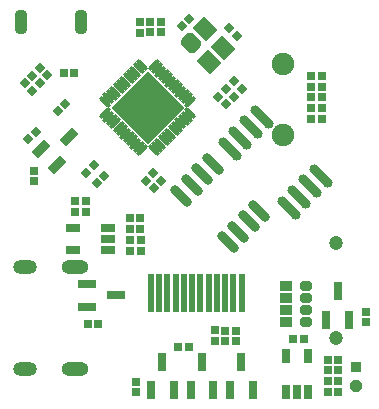
<source format=gts>
G04*
G04 #@! TF.GenerationSoftware,Altium Limited,Altium Designer,20.1.10 (176)*
G04*
G04 Layer_Color=8388736*
%FSLAX25Y25*%
%MOIN*%
G70*
G04*
G04 #@! TF.SameCoordinates,F252A181-4E7B-4898-9581-9C64CF10C23C*
G04*
G04*
G04 #@! TF.FilePolarity,Negative*
G04*
G01*
G75*
%ADD39R,0.02800X0.02800*%
%ADD40R,0.02800X0.02800*%
%ADD41R,0.03162X0.05918*%
%ADD42R,0.03950X0.03556*%
G04:AMPARAMS|DCode=43|XSize=39.5mil|YSize=35.56mil|CornerRadius=0mil|HoleSize=0mil|Usage=FLASHONLY|Rotation=0.000|XOffset=0mil|YOffset=0mil|HoleType=Round|Shape=Octagon|*
%AMOCTAGOND43*
4,1,8,0.01975,-0.00889,0.01975,0.00889,0.01086,0.01778,-0.01086,0.01778,-0.01975,0.00889,-0.01975,-0.00889,-0.01086,-0.01778,0.01086,-0.01778,0.01975,-0.00889,0.0*
%
%ADD43OCTAGOND43*%

%ADD44P,0.03960X4X180.0*%
%ADD45P,0.03960X4X270.0*%
G04:AMPARAMS|DCode=46|XSize=32.8mil|YSize=96.58mil|CornerRadius=0mil|HoleSize=0mil|Usage=FLASHONLY|Rotation=45.000|XOffset=0mil|YOffset=0mil|HoleType=Round|Shape=Round|*
%AMOVALD46*
21,1,0.06378,0.03280,0.00000,0.00000,135.0*
1,1,0.03280,0.02255,-0.02255*
1,1,0.03280,-0.02255,0.02255*
%
%ADD46OVALD46*%

G04:AMPARAMS|DCode=47|XSize=88mil|YSize=32mil|CornerRadius=0mil|HoleSize=0mil|Usage=FLASHONLY|Rotation=135.000|XOffset=0mil|YOffset=0mil|HoleType=Round|Shape=Round|*
%AMOVALD47*
21,1,0.05600,0.03200,0.00000,0.00000,135.0*
1,1,0.03200,0.01980,-0.01980*
1,1,0.03200,-0.01980,0.01980*
%
%ADD47OVALD47*%

%ADD48R,0.05918X0.03162*%
%ADD49R,0.03800X0.03800*%
%ADD50P,0.04113X8X292.5*%
%ADD51P,0.24516X4X360.0*%
G04:AMPARAMS|DCode=52|XSize=16.66mil|YSize=47.37mil|CornerRadius=0mil|HoleSize=0mil|Usage=FLASHONLY|Rotation=315.000|XOffset=0mil|YOffset=0mil|HoleType=Round|Shape=Round|*
%AMOVALD52*
21,1,0.03071,0.01666,0.00000,0.00000,45.0*
1,1,0.01666,-0.01086,-0.01086*
1,1,0.01666,0.01086,0.01086*
%
%ADD52OVALD52*%

G04:AMPARAMS|DCode=53|XSize=16.66mil|YSize=47.37mil|CornerRadius=0mil|HoleSize=0mil|Usage=FLASHONLY|Rotation=45.000|XOffset=0mil|YOffset=0mil|HoleType=Round|Shape=Round|*
%AMOVALD53*
21,1,0.03071,0.01666,0.00000,0.00000,135.0*
1,1,0.01666,0.01086,-0.01086*
1,1,0.01666,-0.01086,0.01086*
%
%ADD53OVALD53*%

G04:AMPARAMS|DCode=54|XSize=39.5mil|YSize=78.87mil|CornerRadius=11.87mil|HoleSize=0mil|Usage=FLASHONLY|Rotation=180.000|XOffset=0mil|YOffset=0mil|HoleType=Round|Shape=RoundedRectangle|*
%AMROUNDEDRECTD54*
21,1,0.03950,0.05512,0,0,180.0*
21,1,0.01575,0.07887,0,0,180.0*
1,1,0.02375,-0.00787,0.02756*
1,1,0.02375,0.00787,0.02756*
1,1,0.02375,0.00787,-0.02756*
1,1,0.02375,-0.00787,-0.02756*
%
%ADD54ROUNDEDRECTD54*%
G04:AMPARAMS|DCode=55|XSize=63.12mil|YSize=55.24mil|CornerRadius=15.81mil|HoleSize=0mil|Usage=FLASHONLY|Rotation=315.000|XOffset=0mil|YOffset=0mil|HoleType=Round|Shape=RoundedRectangle|*
%AMROUNDEDRECTD55*
21,1,0.06312,0.02362,0,0,315.0*
21,1,0.03150,0.05524,0,0,315.0*
1,1,0.03162,0.00278,-0.01949*
1,1,0.03162,-0.01949,0.00278*
1,1,0.03162,-0.00278,0.01949*
1,1,0.03162,0.01949,-0.00278*
%
%ADD55ROUNDEDRECTD55*%
G04:AMPARAMS|DCode=56|XSize=63.12mil|YSize=55.24mil|CornerRadius=0mil|HoleSize=0mil|Usage=FLASHONLY|Rotation=315.000|XOffset=0mil|YOffset=0mil|HoleType=Round|Shape=Rectangle|*
%AMROTATEDRECTD56*
4,1,4,-0.04185,0.00278,-0.00278,0.04185,0.04185,-0.00278,0.00278,-0.04185,-0.04185,0.00278,0.0*
%
%ADD56ROTATEDRECTD56*%

G04:AMPARAMS|DCode=57|XSize=59.18mil|YSize=31.62mil|CornerRadius=0mil|HoleSize=0mil|Usage=FLASHONLY|Rotation=45.000|XOffset=0mil|YOffset=0mil|HoleType=Round|Shape=Rectangle|*
%AMROTATEDRECTD57*
4,1,4,-0.00974,-0.03210,-0.03210,-0.00974,0.00974,0.03210,0.03210,0.00974,-0.00974,-0.03210,0.0*
%
%ADD57ROTATEDRECTD57*%

%ADD58R,0.02965X0.04737*%
%ADD59R,0.02965X0.04737*%
%ADD60R,0.04737X0.02965*%
%ADD61R,0.04737X0.02965*%
%ADD62R,0.02178X0.12611*%
%ADD63O,0.07887X0.04737*%
%ADD64O,0.09068X0.04737*%
%ADD65C,0.04737*%
%ADD66C,0.07493*%
D39*
X68800Y27357D02*
D03*
X68800Y30900D02*
D03*
X65200Y27400D02*
D03*
X65200Y30943D02*
D03*
X61600Y27500D02*
D03*
X61600Y31043D02*
D03*
X35400Y10400D02*
D03*
X35400Y13943D02*
D03*
X112200Y33757D02*
D03*
X112200Y37300D02*
D03*
X40200Y133900D02*
D03*
X40200Y130357D02*
D03*
X1300Y80757D02*
D03*
X1300Y84300D02*
D03*
X43800Y133900D02*
D03*
X43800Y130357D02*
D03*
X36600Y133800D02*
D03*
X36600Y130257D02*
D03*
D40*
X49500Y25500D02*
D03*
X53043Y25500D02*
D03*
X93800Y112300D02*
D03*
X97343Y112300D02*
D03*
X93800Y105100D02*
D03*
X97343Y105100D02*
D03*
X93800Y108700D02*
D03*
X97343Y108700D02*
D03*
X33357Y68400D02*
D03*
X36900Y68400D02*
D03*
X19357Y33200D02*
D03*
X22900Y33200D02*
D03*
X102900Y17700D02*
D03*
X99357Y17700D02*
D03*
X33357Y64800D02*
D03*
X36900Y64800D02*
D03*
X99357Y21300D02*
D03*
X102900Y21300D02*
D03*
X11300Y116800D02*
D03*
X14843Y116800D02*
D03*
X97343Y115900D02*
D03*
X93800Y115900D02*
D03*
X97343Y101500D02*
D03*
X93800Y101500D02*
D03*
X33400Y57600D02*
D03*
X36943Y57600D02*
D03*
X33400Y61200D02*
D03*
X36943Y61200D02*
D03*
X18600Y74100D02*
D03*
X15057Y74100D02*
D03*
X18616Y70441D02*
D03*
X15073Y70442D02*
D03*
X99357Y14100D02*
D03*
X102900Y14100D02*
D03*
X99357Y10500D02*
D03*
X102900Y10500D02*
D03*
X91443Y28200D02*
D03*
X87900Y28200D02*
D03*
D41*
X53660Y11051D02*
D03*
X57400Y20500D02*
D03*
X61140Y11051D02*
D03*
X47940Y11051D02*
D03*
X44200Y20500D02*
D03*
X40460Y11051D02*
D03*
X66760Y11151D02*
D03*
X70500Y20600D02*
D03*
X74240Y11151D02*
D03*
X106340Y34651D02*
D03*
X102600Y44100D02*
D03*
X98860Y34651D02*
D03*
D42*
X85354Y33800D02*
D03*
Y37800D02*
D03*
Y45800D02*
D03*
Y41800D02*
D03*
D43*
X92047Y33800D02*
D03*
Y37800D02*
D03*
Y45800D02*
D03*
Y41800D02*
D03*
D44*
X69000Y129200D02*
D03*
X66495Y131705D02*
D03*
X3321Y118579D02*
D03*
X5826Y116074D02*
D03*
X68100Y114100D02*
D03*
X70605Y111594D02*
D03*
X65500Y111500D02*
D03*
X68005Y108994D02*
D03*
X62900Y108900D02*
D03*
X65405Y106395D02*
D03*
X3351Y113457D02*
D03*
X846Y115963D02*
D03*
X806Y110912D02*
D03*
X-1699Y113417D02*
D03*
D45*
X53105Y134905D02*
D03*
X50600Y132400D02*
D03*
X41295Y78445D02*
D03*
X43800Y80950D02*
D03*
X41200Y83450D02*
D03*
X38695Y80945D02*
D03*
X24863Y82662D02*
D03*
X22357Y80157D02*
D03*
X2005Y97305D02*
D03*
X-500Y94800D02*
D03*
X11769Y106601D02*
D03*
X9264Y104096D02*
D03*
X21363Y86162D02*
D03*
X18857Y83657D02*
D03*
D46*
X86338Y71966D02*
D03*
X89873Y75502D02*
D03*
X93409Y79037D02*
D03*
X96944Y82573D02*
D03*
X66683Y91620D02*
D03*
X70219Y95156D02*
D03*
X73754Y98691D02*
D03*
X77290Y102227D02*
D03*
D47*
X65956Y60387D02*
D03*
X61006Y86550D02*
D03*
X57470Y83014D02*
D03*
X73027Y67458D02*
D03*
X53935Y79479D02*
D03*
X50399Y75943D02*
D03*
X76562Y70993D02*
D03*
X69491Y63922D02*
D03*
D48*
X19151Y46440D02*
D03*
X28600Y42700D02*
D03*
X19151Y38960D02*
D03*
D49*
X108700Y18718D02*
D03*
D50*
Y12600D02*
D03*
D51*
X39316Y105301D02*
D03*
D52*
X25118Y103352D02*
D03*
X26232Y102239D02*
D03*
X27345Y101125D02*
D03*
X28459Y100012D02*
D03*
X29573Y98898D02*
D03*
X30686Y97785D02*
D03*
X31800Y96671D02*
D03*
X32913Y95558D02*
D03*
X34027Y94444D02*
D03*
X35140Y93331D02*
D03*
X36254Y92217D02*
D03*
X37367Y91103D02*
D03*
X53514Y107250D02*
D03*
X52400Y108363D02*
D03*
X51287Y109477D02*
D03*
X50173Y110591D02*
D03*
X49060Y111704D02*
D03*
X47946Y112818D02*
D03*
X46833Y113931D02*
D03*
X45719Y115045D02*
D03*
X44606Y116158D02*
D03*
X43492Y117272D02*
D03*
X42379Y118386D02*
D03*
X41265Y119499D02*
D03*
D53*
X53514Y103352D02*
D03*
X52400Y102239D02*
D03*
X51287Y101125D02*
D03*
X50173Y100012D02*
D03*
X49060Y98898D02*
D03*
X47946Y97785D02*
D03*
X46833Y96671D02*
D03*
X45719Y95558D02*
D03*
X44606Y94444D02*
D03*
X43492Y93331D02*
D03*
X42379Y92217D02*
D03*
X41265Y91103D02*
D03*
X25118Y107250D02*
D03*
X26232Y108363D02*
D03*
X27345Y109477D02*
D03*
X28459Y110591D02*
D03*
X29573Y111704D02*
D03*
X30686Y112818D02*
D03*
X31800Y113931D02*
D03*
X32913Y115045D02*
D03*
X34027Y116158D02*
D03*
X35140Y117272D02*
D03*
X36254Y118386D02*
D03*
X37367Y119499D02*
D03*
D54*
X17200Y133900D02*
D03*
X-2891D02*
D03*
D55*
X53600Y126700D02*
D03*
D56*
X59724Y120575D02*
D03*
X64457Y125308D02*
D03*
X58333Y131433D02*
D03*
D57*
X3801Y91422D02*
D03*
X13127Y95458D02*
D03*
X9090Y86132D02*
D03*
D58*
X85246Y10547D02*
D03*
X92727D02*
D03*
Y22358D02*
D03*
X85246D02*
D03*
D59*
X88987Y10547D02*
D03*
D60*
X26211Y57700D02*
D03*
Y65180D02*
D03*
X14400D02*
D03*
Y57700D02*
D03*
D61*
X26211Y61440D02*
D03*
D62*
X70657Y43500D02*
D03*
X67902D02*
D03*
X65146D02*
D03*
X62390D02*
D03*
X59634D02*
D03*
X56878D02*
D03*
X54122D02*
D03*
X51366D02*
D03*
X48610D02*
D03*
X45854D02*
D03*
X43098D02*
D03*
X40343D02*
D03*
D63*
X-1449Y18256D02*
D03*
Y52272D02*
D03*
D64*
X15008Y18256D02*
D03*
Y52272D02*
D03*
D65*
X101910Y28565D02*
D03*
Y60061D02*
D03*
D66*
X84284Y119811D02*
D03*
Y96189D02*
D03*
M02*

</source>
